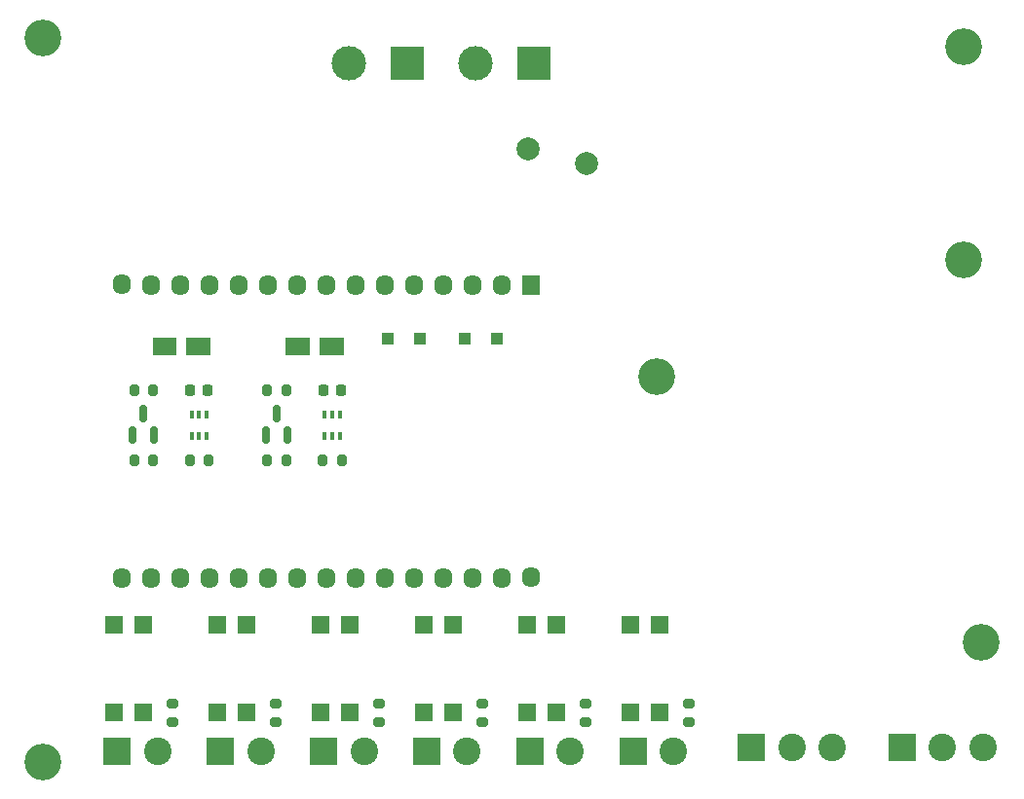
<source format=gbs>
%TF.GenerationSoftware,KiCad,Pcbnew,7.0.10*%
%TF.CreationDate,2024-02-13T14:16:51+07:00*%
%TF.ProjectId,AniSignage v2,416e6953-6967-46e6-9167-652076322e6b,rev?*%
%TF.SameCoordinates,Original*%
%TF.FileFunction,Soldermask,Bot*%
%TF.FilePolarity,Negative*%
%FSLAX46Y46*%
G04 Gerber Fmt 4.6, Leading zero omitted, Abs format (unit mm)*
G04 Created by KiCad (PCBNEW 7.0.10) date 2024-02-13 14:16:51*
%MOMM*%
%LPD*%
G01*
G04 APERTURE LIST*
G04 Aperture macros list*
%AMRoundRect*
0 Rectangle with rounded corners*
0 $1 Rounding radius*
0 $2 $3 $4 $5 $6 $7 $8 $9 X,Y pos of 4 corners*
0 Add a 4 corners polygon primitive as box body*
4,1,4,$2,$3,$4,$5,$6,$7,$8,$9,$2,$3,0*
0 Add four circle primitives for the rounded corners*
1,1,$1+$1,$2,$3*
1,1,$1+$1,$4,$5*
1,1,$1+$1,$6,$7*
1,1,$1+$1,$8,$9*
0 Add four rect primitives between the rounded corners*
20,1,$1+$1,$2,$3,$4,$5,0*
20,1,$1+$1,$4,$5,$6,$7,0*
20,1,$1+$1,$6,$7,$8,$9,0*
20,1,$1+$1,$8,$9,$2,$3,0*%
%AMFreePoly0*
4,1,6,1.000000,0.000000,0.500000,-0.750000,-0.500000,-0.750000,-0.500000,0.750000,0.500000,0.750000,1.000000,0.000000,1.000000,0.000000,$1*%
G04 Aperture macros list end*
%ADD10R,2.400000X2.400000*%
%ADD11C,2.400000*%
%ADD12C,3.200000*%
%ADD13R,3.000000X3.000000*%
%ADD14C,3.000000*%
%ADD15R,1.580000X1.780000*%
%ADD16O,1.580000X1.780000*%
%ADD17C,2.010000*%
%ADD18RoundRect,0.150000X0.150000X-0.587500X0.150000X0.587500X-0.150000X0.587500X-0.150000X-0.587500X0*%
%ADD19RoundRect,0.200000X0.275000X-0.200000X0.275000X0.200000X-0.275000X0.200000X-0.275000X-0.200000X0*%
%ADD20R,1.600000X1.600000*%
%ADD21RoundRect,0.200000X-0.200000X-0.275000X0.200000X-0.275000X0.200000X0.275000X-0.200000X0.275000X0*%
%ADD22RoundRect,0.200000X0.200000X0.275000X-0.200000X0.275000X-0.200000X-0.275000X0.200000X-0.275000X0*%
%ADD23R,1.500000X1.500000*%
%ADD24FreePoly0,0.000000*%
%ADD25FreePoly0,180.000000*%
%ADD26RoundRect,0.225000X-0.225000X-0.250000X0.225000X-0.250000X0.225000X0.250000X-0.225000X0.250000X0*%
%ADD27R,0.400000X0.650000*%
%ADD28RoundRect,0.250000X0.300000X0.300000X-0.300000X0.300000X-0.300000X-0.300000X0.300000X-0.300000X0*%
G04 APERTURE END LIST*
D10*
%TO.C,I4*%
X120238885Y-115470000D03*
D11*
X123738885Y-115470000D03*
%TD*%
D10*
%TO.C,I2*%
X102308295Y-115470000D03*
D11*
X105808295Y-115470000D03*
%TD*%
D12*
%TO.C,H2*%
X86868000Y-116332000D03*
%TD*%
D13*
%TO.C,Vi2*%
X129540000Y-55575000D03*
D14*
X124460000Y-55575000D03*
%TD*%
D12*
%TO.C,H1*%
X86868000Y-53340000D03*
%TD*%
%TO.C,H5*%
X166878000Y-72644000D03*
%TD*%
D15*
%TO.C,U2*%
X129286000Y-74867300D03*
D16*
X126746000Y-74867300D03*
X124206000Y-74867300D03*
X121666000Y-74867300D03*
X119126000Y-74867300D03*
X116586000Y-74867300D03*
X114046000Y-74867300D03*
X111506000Y-74867300D03*
X108966000Y-74867300D03*
X106426000Y-74867300D03*
X103886000Y-74867300D03*
X101346000Y-74867300D03*
X98806000Y-74867300D03*
X96266000Y-74867300D03*
X93726000Y-74817300D03*
X93726000Y-100367300D03*
X96266000Y-100367300D03*
X98806000Y-100367300D03*
X101346000Y-100367300D03*
X103886000Y-100367300D03*
X106426000Y-100367300D03*
X108966000Y-100367300D03*
X111506000Y-100367300D03*
X114046000Y-100367300D03*
X116586000Y-100367300D03*
X119126000Y-100367300D03*
X121666000Y-100367300D03*
X124206000Y-100367300D03*
X126746000Y-100367300D03*
X129286000Y-100317300D03*
%TD*%
D10*
%TO.C,I1*%
X93343000Y-115470000D03*
D11*
X96843000Y-115470000D03*
%TD*%
D10*
%TO.C,Q1*%
X148448000Y-115062000D03*
D11*
X151948000Y-115062000D03*
X155448000Y-115062000D03*
%TD*%
D10*
%TO.C,Q2*%
X161544000Y-115062000D03*
D11*
X165044000Y-115062000D03*
X168544000Y-115062000D03*
%TD*%
D12*
%TO.C,H6*%
X140208000Y-82804000D03*
%TD*%
%TO.C,H4*%
X166878000Y-54102000D03*
%TD*%
D17*
%TO.C,F2*%
X134112000Y-64262000D03*
X129012000Y-63062000D03*
%TD*%
D10*
%TO.C,I6*%
X138169475Y-115470000D03*
D11*
X141669475Y-115470000D03*
%TD*%
D10*
%TO.C,I3*%
X111273590Y-115470000D03*
D11*
X114773590Y-115470000D03*
%TD*%
D10*
%TO.C,I5*%
X129204180Y-115470000D03*
D11*
X132704180Y-115470000D03*
%TD*%
D12*
%TO.C,H3*%
X168402000Y-105918000D03*
%TD*%
D13*
%TO.C,Vi1*%
X118563000Y-55575000D03*
D14*
X113483000Y-55575000D03*
%TD*%
D18*
%TO.C,Q4*%
X96566000Y-87915000D03*
X94666000Y-87915000D03*
X95616000Y-86040000D03*
%TD*%
D19*
%TO.C,R17*%
X98141000Y-112902000D03*
X98141000Y-111252000D03*
%TD*%
%TO.C,R19*%
X107106295Y-112902000D03*
X107106295Y-111252000D03*
%TD*%
D20*
%TO.C,U6*%
X122496885Y-112014000D03*
X119956885Y-112014000D03*
X119956885Y-104394000D03*
X122496885Y-104394000D03*
%TD*%
%TO.C,U8*%
X140427475Y-112014000D03*
X137887475Y-112014000D03*
X137887475Y-104394000D03*
X140427475Y-104394000D03*
%TD*%
D21*
%TO.C,R70*%
X106363000Y-84008000D03*
X108013000Y-84008000D03*
%TD*%
%TO.C,R72*%
X94791000Y-90104000D03*
X96441000Y-90104000D03*
%TD*%
D18*
%TO.C,Q3*%
X108138000Y-87915000D03*
X106238000Y-87915000D03*
X107188000Y-86040000D03*
%TD*%
D22*
%TO.C,R74*%
X101267000Y-90104000D03*
X99617000Y-90104000D03*
%TD*%
D23*
%TO.C,JP2*%
X109290000Y-80198000D03*
X111690000Y-80198000D03*
D24*
X108490000Y-80198000D03*
D25*
X112490000Y-80198000D03*
%TD*%
D19*
%TO.C,R25*%
X134002180Y-112902000D03*
X134002180Y-111252000D03*
%TD*%
%TO.C,R27*%
X142967475Y-112902000D03*
X142967475Y-111252000D03*
%TD*%
D22*
%TO.C,R71*%
X112839000Y-90104000D03*
X111189000Y-90104000D03*
%TD*%
D26*
%TO.C,C64*%
X99654000Y-84008000D03*
X101204000Y-84008000D03*
%TD*%
D27*
%TO.C,U15*%
X101092000Y-88006000D03*
X100442000Y-88006000D03*
X99792000Y-88006000D03*
X99792000Y-86106000D03*
X100442000Y-86106000D03*
X101092000Y-86106000D03*
%TD*%
D20*
%TO.C,U4*%
X104566295Y-112014000D03*
X102026295Y-112014000D03*
X102026295Y-104394000D03*
X104566295Y-104394000D03*
%TD*%
D27*
%TO.C,U14*%
X112664000Y-88006000D03*
X112014000Y-88006000D03*
X111364000Y-88006000D03*
X111364000Y-86106000D03*
X112014000Y-86106000D03*
X112664000Y-86106000D03*
%TD*%
D21*
%TO.C,R73*%
X94791000Y-84008000D03*
X96441000Y-84008000D03*
%TD*%
%TO.C,R69*%
X106363000Y-90104000D03*
X108013000Y-90104000D03*
%TD*%
D20*
%TO.C,U7*%
X131462180Y-112014000D03*
X128922180Y-112014000D03*
X128922180Y-104394000D03*
X131462180Y-104394000D03*
%TD*%
D28*
%TO.C,D22*%
X126368000Y-79502000D03*
X123568000Y-79502000D03*
%TD*%
D23*
%TO.C,JP3*%
X97718000Y-80198000D03*
X100118000Y-80198000D03*
D24*
X96918000Y-80198000D03*
D25*
X100918000Y-80198000D03*
%TD*%
D19*
%TO.C,R21*%
X116071590Y-112902000D03*
X116071590Y-111252000D03*
%TD*%
D20*
%TO.C,U5*%
X113531590Y-112014000D03*
X110991590Y-112014000D03*
X110991590Y-104394000D03*
X113531590Y-104394000D03*
%TD*%
D19*
%TO.C,R23*%
X125036885Y-112902000D03*
X125036885Y-111252000D03*
%TD*%
D26*
%TO.C,C63*%
X111226000Y-84008000D03*
X112776000Y-84008000D03*
%TD*%
D28*
%TO.C,D21*%
X119634000Y-79502000D03*
X116834000Y-79502000D03*
%TD*%
D20*
%TO.C,U3*%
X95601000Y-112014000D03*
X93061000Y-112014000D03*
X93061000Y-104394000D03*
X95601000Y-104394000D03*
%TD*%
M02*

</source>
